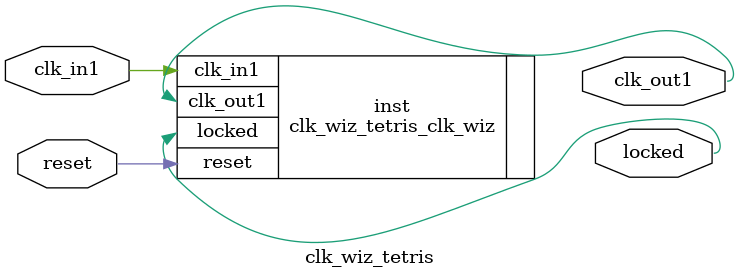
<source format=v>


`timescale 1ps/1ps

(* CORE_GENERATION_INFO = "clk_wiz_tetris,clk_wiz_v6_0_14_0_0,{component_name=clk_wiz_tetris,use_phase_alignment=true,use_min_o_jitter=false,use_max_i_jitter=false,use_dyn_phase_shift=false,use_inclk_switchover=false,use_dyn_reconfig=false,enable_axi=0,feedback_source=FDBK_AUTO,PRIMITIVE=MMCM,num_out_clk=1,clkin1_period=10.000,clkin2_period=10.000,use_power_down=false,use_reset=true,use_locked=true,use_inclk_stopped=false,feedback_type=SINGLE,CLOCK_MGR_TYPE=NA,manual_override=false}" *)

module clk_wiz_tetris 
 (
  // Clock out ports
  output        clk_out1,
  // Status and control signals
  input         reset,
  output        locked,
 // Clock in ports
  input         clk_in1
 );

  clk_wiz_tetris_clk_wiz inst
  (
  // Clock out ports  
  .clk_out1(clk_out1),
  // Status and control signals               
  .reset(reset), 
  .locked(locked),
 // Clock in ports
  .clk_in1(clk_in1)
  );

endmodule

</source>
